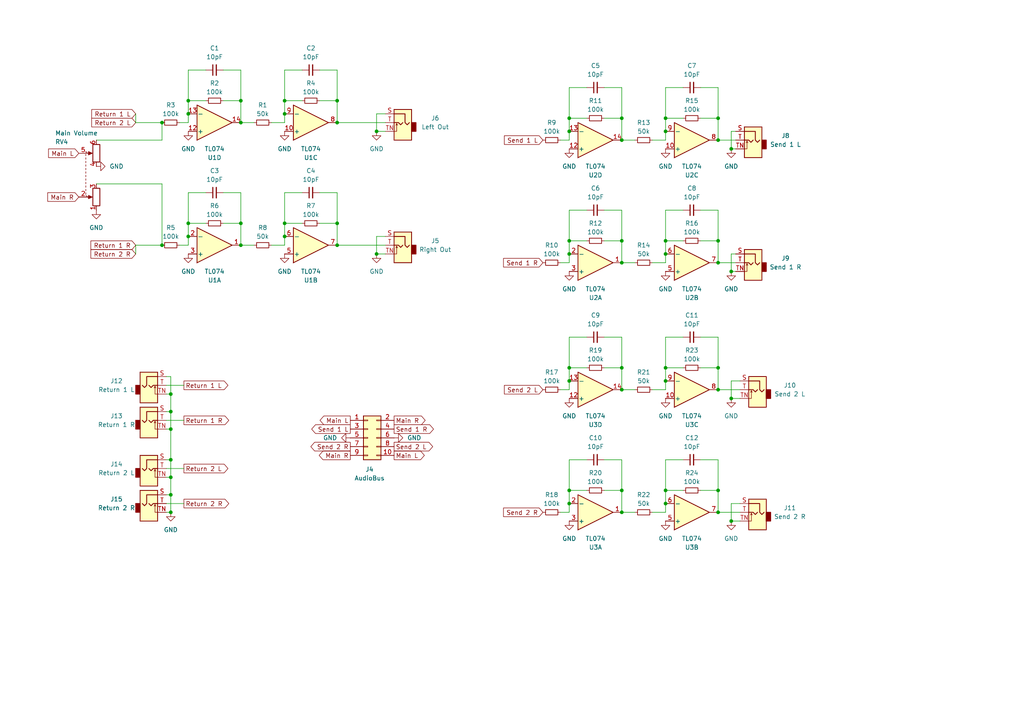
<source format=kicad_sch>
(kicad_sch (version 20231120) (generator "eeschema") (generator_version "8.0")
  (paper "A4")
  (lib_symbols
    (symbol "Amplifier_Operational:TL074" (pin_names (offset 0.127))
      (property "Reference" "U" (at 0 5.08 0))
      (property "Value" "TL074" (at 0 -5.08 0))
      (symbol "TL074_1_1"
        (polyline (pts (xy -5.08 5.08) (xy 5.08 0) (xy -5.08 -5.08) (xy -5.08 5.08)) (stroke (width 0.254)) (fill (type background)))
        (pin output line (at 7.62 0 180) (length 2.54) (name "~") (number "1"))
        (pin input line (at -7.62 -2.54 0) (length 2.54) (name "-") (number "2"))
        (pin input line (at -7.62 2.54 0) (length 2.54) (name "+") (number "3"))
      )
      (symbol "TL074_2_1"
        (polyline (pts (xy -5.08 5.08) (xy 5.08 0) (xy -5.08 -5.08) (xy -5.08 5.08)) (stroke (width 0.254)) (fill (type background)))
        (pin input line (at -7.62 2.54 0) (length 2.54) (name "+") (number "5"))
        (pin input line (at -7.62 -2.54 0) (length 2.54) (name "-") (number "6"))
        (pin output line (at 7.62 0 180) (length 2.54) (name "~") (number "7"))
      )
      (symbol "TL074_3_1"
        (polyline (pts (xy -5.08 5.08) (xy 5.08 0) (xy -5.08 -5.08) (xy -5.08 5.08)) (stroke (width 0.254)) (fill (type background)))
        (pin input line (at -7.62 2.54 0) (length 2.54) (name "+") (number "10"))
        (pin output line (at 7.62 0 180) (length 2.54) (name "~") (number "8"))
        (pin input line (at -7.62 -2.54 0) (length 2.54) (name "-") (number "9"))
      )
      (symbol "TL074_4_1"
        (polyline (pts (xy -5.08 5.08) (xy 5.08 0) (xy -5.08 -5.08) (xy -5.08 5.08)) (stroke (width 0.254)) (fill (type background)))
        (pin input line (at -7.62 2.54 0) (length 2.54) (name "+") (number "12"))
        (pin input line (at -7.62 -2.54 0) (length 2.54) (name "-") (number "13"))
        (pin output line (at 7.62 0 180) (length 2.54) (name "~") (number "14"))
      )
      (symbol "TL074_5_1"
        (pin power_in line (at -2.54 -7.62 90) (length 3.81) (name "V-") (number "11"))
        (pin power_in line (at -2.54 7.62 270) (length 3.81) (name "V+") (number "4"))
      )
    )
    (symbol "Connector_Audio:AudioJack2_SwitchT"
      (property "Reference" "J" (at 0 8.89 0))
      (property "Value" "AudioJack2_SwitchT" (at 0 6.35 0))
      (symbol "AudioJack2_SwitchT_0_1"
        (rectangle (start -2.54 0) (end -3.81 -2.54) (stroke (width 0.254)) (fill (type outline)))
        (polyline (pts (xy 1.778 -0.254) (xy 2.032 -0.762)))
        (polyline (pts (xy 0 0) (xy 0.635 -0.635) (xy 1.27 0) (xy 2.54 0)) (stroke (width 0.254)))
        (polyline (pts (xy 2.54 -2.54) (xy 1.778 -2.54) (xy 1.778 -0.254) (xy 1.524 -0.762)))
        (polyline (pts (xy 2.54 2.54) (xy -0.635 2.54) (xy -0.635 0) (xy -1.27 -0.635) (xy -1.905 0)) (stroke (width 0.254)))
        (rectangle (start 2.54 3.81) (end -2.54 -5.08) (stroke (width 0.254)) (fill (type background)))
      )
      (symbol "AudioJack2_SwitchT_1_1"
        (pin passive line (at 5.08 2.54 180) (length 2.54) (name "~") (number "S"))
        (pin passive line (at 5.08 0 180) (length 2.54) (name "~") (number "T"))
        (pin passive line (at 5.08 -2.54 180) (length 2.54) (name "~") (number "TN"))
      )
    )
    (symbol "Connector_Generic:Conn_02x05_Odd_Even" (pin_names (offset 1.016) hide)
      (property "Reference" "J" (at 1.27 7.62 0))
      (property "Value" "Conn_02x05_Odd_Even" (at 1.27 -7.62 0))
      (symbol "Conn_02x05_Odd_Even_1_1"
        (rectangle (start -1.27 -4.953) (end 0 -5.207) (stroke (width 0.1524)))
        (rectangle (start -1.27 -2.413) (end 0 -2.667) (stroke (width 0.1524)))
        (rectangle (start -1.27 0.127) (end 0 -0.127) (stroke (width 0.1524)))
        (rectangle (start -1.27 2.667) (end 0 2.413) (stroke (width 0.1524)))
        (rectangle (start -1.27 5.207) (end 0 4.953) (stroke (width 0.1524)))
        (rectangle (start -1.27 6.35) (end 3.81 -6.35) (stroke (width 0.254)) (fill (type background)))
        (rectangle (start 3.81 -4.953) (end 2.54 -5.207) (stroke (width 0.1524)))
        (rectangle (start 3.81 -2.413) (end 2.54 -2.667) (stroke (width 0.1524)))
        (rectangle (start 3.81 0.127) (end 2.54 -0.127) (stroke (width 0.1524)))
        (rectangle (start 3.81 2.667) (end 2.54 2.413) (stroke (width 0.1524)))
        (rectangle (start 3.81 5.207) (end 2.54 4.953) (stroke (width 0.1524)))
        (pin passive line (at -5.08 5.08 0) (length 3.81) (name "Pin_1") (number "1"))
        (pin passive line (at 7.62 -5.08 180) (length 3.81) (name "Pin_10") (number "10"))
        (pin passive line (at 7.62 5.08 180) (length 3.81) (name "Pin_2") (number "2"))
        (pin passive line (at -5.08 2.54 0) (length 3.81) (name "Pin_3") (number "3"))
        (pin passive line (at 7.62 2.54 180) (length 3.81) (name "Pin_4") (number "4"))
        (pin passive line (at -5.08 0 0) (length 3.81) (name "Pin_5") (number "5"))
        (pin passive line (at 7.62 0 180) (length 3.81) (name "Pin_6") (number "6"))
        (pin passive line (at -5.08 -2.54 0) (length 3.81) (name "Pin_7") (number "7"))
        (pin passive line (at 7.62 -2.54 180) (length 3.81) (name "Pin_8") (number "8"))
        (pin passive line (at -5.08 -5.08 0) (length 3.81) (name "Pin_9") (number "9"))
      )
    )
    (symbol "Device:C_Small" (pin_numbers hide) (pin_names (offset 0.254) hide)
      (property "Reference" "C" (at 0.254 1.778 0))
      (property "Value" "C_Small" (at 0.254 -2.032 0))
      (symbol "C_Small_0_1"
        (polyline (pts (xy -1.524 -0.508) (xy 1.524 -0.508)) (stroke (width 0.3302)))
        (polyline (pts (xy -1.524 0.508) (xy 1.524 0.508)) (stroke (width 0.3048)))
      )
      (symbol "C_Small_1_1"
        (pin passive line (at 0 2.54 270) (length 2.032) (name "~") (number "1"))
        (pin passive line (at 0 -2.54 90) (length 2.032) (name "~") (number "2"))
      )
    )
    (symbol "Device:R_Potentiometer_Dual" (pin_names (offset 1.016) hide)
      (property "Reference" "RV" (at 0 3.81 0))
      (property "Value" "R_Potentiometer_Dual" (at 0 1.905 0))
      (symbol "R_Potentiometer_Dual_0_1"
        (rectangle (start -8.89 -1.524) (end -3.81 -3.556) (stroke (width 0.254)))
        (polyline (pts (xy -6.35 0) (xy -6.35 -1.016)))
        (polyline (pts (xy -6.35 0) (xy -6.35 -1.016)))
        (polyline (pts (xy -6.35 0) (xy -5.842 0.508)))
        (polyline (pts (xy -5.588 0.508) (xy -5.08 0.508)))
        (polyline (pts (xy -4.572 0.508) (xy -4.064 0.508)))
        (polyline (pts (xy -3.556 0.508) (xy -3.048 0.508)))
        (polyline (pts (xy -2.54 0.508) (xy -2.032 0.508)))
        (polyline (pts (xy -1.524 0.508) (xy -1.016 0.508)))
        (polyline (pts (xy -0.508 0.508) (xy 0 0.508)))
        (polyline (pts (xy 0.508 0.508) (xy 1.016 0.508)))
        (polyline (pts (xy 1.524 0.508) (xy 2.032 0.508)))
        (polyline (pts (xy 2.54 0.508) (xy 3.048 0.508)))
        (polyline (pts (xy 3.556 0.508) (xy 4.064 0.508)))
        (polyline (pts (xy 4.572 0.508) (xy 5.08 0.508)))
        (polyline (pts (xy 5.588 0.508) (xy 6.096 0.508)))
        (polyline (pts (xy 6.35 0) (xy 6.35 -1.016)))
        (polyline (pts (xy 6.35 0) (xy 6.35 -1.016)))
        (polyline (pts (xy 6.604 0.508) (xy 6.858 0.508) (xy 6.35 0)))
        (polyline (pts (xy -6.35 -1.397) (xy -6.858 -0.254) (xy -5.842 -0.254) (xy -6.35 -1.397)) (fill (type outline)))
        (polyline (pts (xy 6.35 -1.397) (xy 5.842 -0.254) (xy 6.858 -0.254) (xy 6.35 -1.397)) (fill (type outline)))
        (rectangle (start 3.81 -1.524) (end 8.89 -3.556) (stroke (width 0.254)))
      )
      (symbol "R_Potentiometer_Dual_1_1"
        (pin passive line (at -10.16 -2.54 0) (length 1.27) (name "1") (number "1"))
        (pin passive line (at -6.35 2.54 270) (length 2.54) (name "2") (number "2"))
        (pin passive line (at -2.54 -2.54 180) (length 1.27) (name "3") (number "3"))
        (pin passive line (at 2.54 -2.54 0) (length 1.27) (name "4") (number "4"))
        (pin passive line (at 6.35 2.54 270) (length 2.54) (name "5") (number "5"))
        (pin passive line (at 10.16 -2.54 180) (length 1.27) (name "6") (number "6"))
      )
    )
    (symbol "Device:R_Small" (pin_numbers hide) (pin_names (offset 0.254) hide)
      (property "Reference" "R" (at 0.762 0.508 0))
      (property "Value" "R_Small" (at 0.762 -1.016 0))
      (symbol "R_Small_0_1"
        (rectangle (start -0.762 1.778) (end 0.762 -1.778) (stroke (width 0.2032)))
      )
      (symbol "R_Small_1_1"
        (pin passive line (at 0 2.54 270) (length 0.762) (name "~") (number "1"))
        (pin passive line (at 0 -2.54 90) (length 0.762) (name "~") (number "2"))
      )
    )
    (symbol "power:GND" (power) (pin_numbers hide) (pin_names (offset 0) hide)
      (property "Value" "GND" (at 0 -3.81 0))
      (symbol "GND_0_1"
        (polyline (pts (xy 0 0) (xy 0 -1.27) (xy 1.27 -1.27) (xy 0 -2.54) (xy -1.27 -1.27) (xy 0 -1.27)))
      )
      (symbol "GND_1_1"
        (pin power_in line (at 0 0 270) (length 0) (name "~") (number "1"))
      )
    )
  )
  (junction (at 208.28 106.68))
  (junction (at 193.04 110.49))
  (junction (at 180.34 148.59))
  (junction (at 69.85 35.56))
  (junction (at 49.53 138.43))
  (junction (at 49.53 124.46))
  (junction (at 69.85 71.12))
  (junction (at 49.53 119.38))
  (junction (at 212.09 151.13))
  (junction (at 208.28 142.24))
  (junction (at 193.04 34.29))
  (junction (at 212.09 43.18))
  (junction (at 193.04 106.68))
  (junction (at 165.1 38.1))
  (junction (at 180.34 113.03))
  (junction (at 54.61 33.02))
  (junction (at 165.1 73.66))
  (junction (at 193.04 69.85))
  (junction (at 212.09 78.74))
  (junction (at 208.28 34.29))
  (junction (at 97.79 71.12))
  (junction (at 165.1 106.68))
  (junction (at 54.61 29.21))
  (junction (at 180.34 69.85))
  (junction (at 180.34 142.24))
  (junction (at 82.55 29.21))
  (junction (at 49.53 133.35))
  (junction (at 69.85 64.77))
  (junction (at 109.22 73.66))
  (junction (at 97.79 35.56))
  (junction (at 193.04 142.24))
  (junction (at 165.1 110.49))
  (junction (at 208.28 40.64))
  (junction (at 165.1 142.24))
  (junction (at 46.99 35.56))
  (junction (at 193.04 38.1))
  (junction (at 69.85 29.21))
  (junction (at 165.1 34.29))
  (junction (at 49.53 143.51))
  (junction (at 208.28 148.59))
  (junction (at 82.55 33.02))
  (junction (at 49.53 148.59))
  (junction (at 54.61 68.58))
  (junction (at 193.04 73.66))
  (junction (at 208.28 69.85))
  (junction (at 165.1 69.85))
  (junction (at 109.22 38.1))
  (junction (at 49.53 114.3))
  (junction (at 193.04 146.05))
  (junction (at 208.28 76.2))
  (junction (at 180.34 76.2))
  (junction (at 82.55 68.58))
  (junction (at 180.34 40.64))
  (junction (at 97.79 64.77))
  (junction (at 180.34 34.29))
  (junction (at 165.1 146.05))
  (junction (at 212.09 115.57))
  (junction (at 180.34 106.68))
  (junction (at 54.61 64.77))
  (junction (at 208.28 113.03))
  (junction (at 82.55 64.77))
  (junction (at 97.79 29.21))
  (junction (at 46.99 71.12))
  (wire (pts (xy 175.26 34.29) (xy 180.34 34.29)))
  (wire (pts (xy 109.22 68.58) (xy 111.76 68.58)))
  (wire (pts (xy 27.94 40.64) (xy 46.99 40.64)))
  (wire (pts (xy 208.28 148.59) (xy 208.28 142.24)))
  (wire (pts (xy 175.26 25.4) (xy 180.34 25.4)))
  (wire (pts (xy 198.12 97.79) (xy 193.04 97.79)))
  (wire (pts (xy 165.1 133.35) (xy 165.1 142.24)))
  (wire (pts (xy 193.04 34.29) (xy 193.04 38.1)))
  (wire (pts (xy 198.12 106.68) (xy 193.04 106.68)))
  (wire (pts (xy 193.04 133.35) (xy 193.04 142.24)))
  (wire (pts (xy 212.09 110.49) (xy 212.09 115.57)))
  (wire (pts (xy 82.55 20.32) (xy 82.55 29.21)))
  (wire (pts (xy 180.34 40.64) (xy 184.15 40.64)))
  (wire (pts (xy 193.04 76.2) (xy 189.23 76.2)))
  (wire (pts (xy 180.34 106.68) (xy 180.34 113.03)))
  (wire (pts (xy 69.85 35.56) (xy 73.66 35.56)))
  (wire (pts (xy 53.34 111.76) (xy 48.26 111.76)))
  (wire (pts (xy 48.26 138.43) (xy 49.53 138.43)))
  (wire (pts (xy 49.53 148.59) (xy 48.26 148.59)))
  (wire (pts (xy 208.28 69.85) (xy 203.2 69.85)))
  (wire (pts (xy 64.77 29.21) (xy 69.85 29.21)))
  (wire (pts (xy 49.53 133.35) (xy 49.53 138.43)))
  (wire (pts (xy 203.2 106.68) (xy 208.28 106.68)))
  (wire (pts (xy 193.04 40.64) (xy 189.23 40.64)))
  (wire (pts (xy 212.09 38.1) (xy 212.09 43.18)))
  (wire (pts (xy 170.18 97.79) (xy 165.1 97.79)))
  (wire (pts (xy 165.1 106.68) (xy 170.18 106.68)))
  (wire (pts (xy 165.1 25.4) (xy 165.1 34.29)))
  (wire (pts (xy 165.1 110.49) (xy 165.1 113.03)))
  (wire (pts (xy 46.99 40.64) (xy 46.99 35.56)))
  (wire (pts (xy 180.34 113.03) (xy 184.15 113.03)))
  (wire (pts (xy 193.04 69.85) (xy 193.04 73.66)))
  (wire (pts (xy 214.63 151.13) (xy 212.09 151.13)))
  (wire (pts (xy 53.34 146.05) (xy 48.26 146.05)))
  (wire (pts (xy 49.53 114.3) (xy 49.53 119.38)))
  (wire (pts (xy 208.28 142.24) (xy 208.28 133.35)))
  (wire (pts (xy 48.26 143.51) (xy 49.53 143.51)))
  (wire (pts (xy 180.34 60.96) (xy 180.34 69.85)))
  (wire (pts (xy 97.79 29.21) (xy 97.79 35.56)))
  (wire (pts (xy 193.04 60.96) (xy 193.04 69.85)))
  (wire (pts (xy 193.04 110.49) (xy 193.04 113.03)))
  (wire (pts (xy 193.04 73.66) (xy 193.04 76.2)))
  (wire (pts (xy 111.76 33.02) (xy 109.22 33.02)))
  (wire (pts (xy 165.1 69.85) (xy 165.1 73.66)))
  (wire (pts (xy 180.34 69.85) (xy 180.34 76.2)))
  (wire (pts (xy 54.61 64.77) (xy 54.61 68.58)))
  (wire (pts (xy 109.22 38.1) (xy 111.76 38.1)))
  (wire (pts (xy 208.28 148.59) (xy 214.63 148.59)))
  (wire (pts (xy 48.26 114.3) (xy 49.53 114.3)))
  (wire (pts (xy 212.09 78.74) (xy 212.09 73.66)))
  (wire (pts (xy 59.69 55.88) (xy 54.61 55.88)))
  (wire (pts (xy 198.12 133.35) (xy 193.04 133.35)))
  (wire (pts (xy 92.71 29.21) (xy 97.79 29.21)))
  (wire (pts (xy 180.34 76.2) (xy 184.15 76.2)))
  (wire (pts (xy 49.53 109.22) (xy 49.53 114.3)))
  (wire (pts (xy 165.1 34.29) (xy 170.18 34.29)))
  (wire (pts (xy 180.34 97.79) (xy 180.34 106.68)))
  (wire (pts (xy 82.55 71.12) (xy 78.74 71.12)))
  (wire (pts (xy 49.53 138.43) (xy 49.53 143.51)))
  (wire (pts (xy 212.09 43.18) (xy 213.36 43.18)))
  (wire (pts (xy 180.34 148.59) (xy 184.15 148.59)))
  (wire (pts (xy 97.79 64.77) (xy 92.71 64.77)))
  (wire (pts (xy 97.79 71.12) (xy 97.79 64.77)))
  (wire (pts (xy 69.85 20.32) (xy 69.85 29.21)))
  (wire (pts (xy 87.63 20.32) (xy 82.55 20.32)))
  (wire (pts (xy 208.28 25.4) (xy 208.28 34.29)))
  (wire (pts (xy 87.63 29.21) (xy 82.55 29.21)))
  (wire (pts (xy 162.56 40.64) (xy 165.1 40.64)))
  (wire (pts (xy 97.79 55.88) (xy 97.79 64.77)))
  (wire (pts (xy 203.2 25.4) (xy 208.28 25.4)))
  (wire (pts (xy 82.55 29.21) (xy 82.55 33.02)))
  (wire (pts (xy 193.04 142.24) (xy 193.04 146.05)))
  (wire (pts (xy 170.18 133.35) (xy 165.1 133.35)))
  (wire (pts (xy 214.63 110.49) (xy 212.09 110.49)))
  (wire (pts (xy 193.04 146.05) (xy 193.04 148.59)))
  (wire (pts (xy 165.1 146.05) (xy 165.1 148.59)))
  (wire (pts (xy 109.22 73.66) (xy 109.22 68.58)))
  (wire (pts (xy 175.26 69.85) (xy 180.34 69.85)))
  (wire (pts (xy 170.18 69.85) (xy 165.1 69.85)))
  (wire (pts (xy 193.04 97.79) (xy 193.04 106.68)))
  (wire (pts (xy 111.76 73.66) (xy 109.22 73.66)))
  (wire (pts (xy 82.55 64.77) (xy 82.55 68.58)))
  (wire (pts (xy 69.85 29.21) (xy 69.85 35.56)))
  (wire (pts (xy 170.18 60.96) (xy 165.1 60.96)))
  (wire (pts (xy 203.2 133.35) (xy 208.28 133.35)))
  (wire (pts (xy 39.37 33.02) (xy 39.37 35.56)))
  (wire (pts (xy 49.53 124.46) (xy 49.53 133.35)))
  (wire (pts (xy 208.28 113.03) (xy 214.63 113.03)))
  (wire (pts (xy 54.61 33.02) (xy 54.61 35.56)))
  (wire (pts (xy 165.1 34.29) (xy 165.1 38.1)))
  (wire (pts (xy 175.26 97.79) (xy 180.34 97.79)))
  (wire (pts (xy 49.53 119.38) (xy 49.53 124.46)))
  (wire (pts (xy 92.71 20.32) (xy 97.79 20.32)))
  (wire (pts (xy 48.26 119.38) (xy 49.53 119.38)))
  (wire (pts (xy 170.18 142.24) (xy 165.1 142.24)))
  (wire (pts (xy 213.36 38.1) (xy 212.09 38.1)))
  (wire (pts (xy 97.79 20.32) (xy 97.79 29.21)))
  (wire (pts (xy 193.04 38.1) (xy 193.04 40.64)))
  (wire (pts (xy 180.34 133.35) (xy 180.34 142.24)))
  (wire (pts (xy 92.71 55.88) (xy 97.79 55.88)))
  (wire (pts (xy 64.77 20.32) (xy 69.85 20.32)))
  (wire (pts (xy 180.34 25.4) (xy 180.34 34.29)))
  (wire (pts (xy 208.28 106.68) (xy 208.28 113.03)))
  (wire (pts (xy 165.1 142.24) (xy 165.1 146.05)))
  (wire (pts (xy 175.26 60.96) (xy 180.34 60.96)))
  (wire (pts (xy 48.26 124.46) (xy 49.53 124.46)))
  (wire (pts (xy 212.09 115.57) (xy 214.63 115.57)))
  (wire (pts (xy 198.12 69.85) (xy 193.04 69.85)))
  (wire (pts (xy 213.36 78.74) (xy 212.09 78.74)))
  (wire (pts (xy 69.85 71.12) (xy 73.66 71.12)))
  (wire (pts (xy 180.34 142.24) (xy 180.34 148.59)))
  (wire (pts (xy 193.04 25.4) (xy 193.04 34.29)))
  (wire (pts (xy 48.26 133.35) (xy 49.53 133.35)))
  (wire (pts (xy 203.2 60.96) (xy 208.28 60.96)))
  (wire (pts (xy 27.94 53.34) (xy 46.99 53.34)))
  (wire (pts (xy 208.28 34.29) (xy 208.28 40.64)))
  (wire (pts (xy 198.12 34.29) (xy 193.04 34.29)))
  (wire (pts (xy 52.07 35.56) (xy 54.61 35.56)))
  (wire (pts (xy 198.12 142.24) (xy 193.04 142.24)))
  (wire (pts (xy 69.85 64.77) (xy 69.85 71.12)))
  (wire (pts (xy 165.1 38.1) (xy 165.1 40.64)))
  (wire (pts (xy 46.99 53.34) (xy 46.99 71.12)))
  (wire (pts (xy 82.55 35.56) (xy 78.74 35.56)))
  (wire (pts (xy 165.1 76.2) (xy 162.56 76.2)))
  (wire (pts (xy 193.04 106.68) (xy 193.04 110.49)))
  (wire (pts (xy 208.28 40.64) (xy 213.36 40.64)))
  (wire (pts (xy 170.18 25.4) (xy 165.1 25.4)))
  (wire (pts (xy 97.79 35.56) (xy 111.76 35.56)))
  (wire (pts (xy 165.1 73.66) (xy 165.1 76.2)))
  (wire (pts (xy 97.79 71.12) (xy 111.76 71.12)))
  (wire (pts (xy 49.53 143.51) (xy 49.53 148.59)))
  (wire (pts (xy 212.09 73.66) (xy 213.36 73.66)))
  (wire (pts (xy 165.1 60.96) (xy 165.1 69.85)))
  (wire (pts (xy 208.28 76.2) (xy 213.36 76.2)))
  (wire (pts (xy 212.09 151.13) (xy 212.09 146.05)))
  (wire (pts (xy 48.26 109.22) (xy 49.53 109.22)))
  (wire (pts (xy 175.26 142.24) (xy 180.34 142.24)))
  (wire (pts (xy 208.28 142.24) (xy 203.2 142.24)))
  (wire (pts (xy 208.28 69.85) (xy 208.28 60.96)))
  (wire (pts (xy 39.37 35.56) (xy 46.99 35.56)))
  (wire (pts (xy 39.37 71.12) (xy 46.99 71.12)))
  (wire (pts (xy 165.1 106.68) (xy 165.1 110.49)))
  (wire (pts (xy 54.61 68.58) (xy 54.61 71.12)))
  (wire (pts (xy 212.09 146.05) (xy 214.63 146.05)))
  (wire (pts (xy 203.2 97.79) (xy 208.28 97.79)))
  (wire (pts (xy 54.61 29.21) (xy 59.69 29.21)))
  (wire (pts (xy 39.37 71.12) (xy 39.37 73.66)))
  (wire (pts (xy 54.61 20.32) (xy 54.61 29.21)))
  (wire (pts (xy 53.34 121.92) (xy 48.26 121.92)))
  (wire (pts (xy 165.1 148.59) (xy 162.56 148.59)))
  (wire (pts (xy 203.2 34.29) (xy 208.28 34.29)))
  (wire (pts (xy 165.1 97.79) (xy 165.1 106.68)))
  (wire (pts (xy 87.63 64.77) (xy 82.55 64.77)))
  (wire (pts (xy 109.22 33.02) (xy 109.22 38.1)))
  (wire (pts (xy 193.04 113.03) (xy 189.23 113.03)))
  (wire (pts (xy 54.61 55.88) (xy 54.61 64.77)))
  (wire (pts (xy 64.77 55.88) (xy 69.85 55.88)))
  (wire (pts (xy 198.12 60.96) (xy 193.04 60.96)))
  (wire (pts (xy 59.69 64.77) (xy 54.61 64.77)))
  (wire (pts (xy 175.26 133.35) (xy 180.34 133.35)))
  (wire (pts (xy 69.85 55.88) (xy 69.85 64.77)))
  (wire (pts (xy 82.55 68.58) (xy 82.55 71.12)))
  (wire (pts (xy 64.77 64.77) (xy 69.85 64.77)))
  (wire (pts (xy 54.61 29.21) (xy 54.61 33.02)))
  (wire (pts (xy 208.28 76.2) (xy 208.28 69.85)))
  (wire (pts (xy 208.28 97.79) (xy 208.28 106.68)))
  (wire (pts (xy 59.69 20.32) (xy 54.61 20.32)))
  (wire (pts (xy 82.55 55.88) (xy 82.55 64.77)))
  (wire (pts (xy 162.56 113.03) (xy 165.1 113.03)))
  (wire (pts (xy 180.34 34.29) (xy 180.34 40.64)))
  (wire (pts (xy 198.12 25.4) (xy 193.04 25.4)))
  (wire (pts (xy 175.26 106.68) (xy 180.34 106.68)))
  (wire (pts (xy 82.55 33.02) (xy 82.55 35.56)))
  (wire (pts (xy 193.04 148.59) (xy 189.23 148.59)))
  (wire (pts (xy 54.61 71.12) (xy 52.07 71.12)))
  (wire (pts (xy 87.63 55.88) (xy 82.55 55.88)))
  (wire (pts (xy 53.34 135.89) (xy 48.26 135.89)))
  (global_label "Main L" (shape output) (at 114.3 132.08 0) (property "Intersheetrefs" "${INTERSHEET_REFS}" (effects (hide yes))))
  (global_label "Return 2 L" (shape output) (at 53.34 135.89 0) (property "Intersheetrefs" "${INTERSHEET_REFS}" (effects (hide yes))))
  (global_label "Send 1 L" (shape output) (at 101.6 124.46 180) (property "Intersheetrefs" "${INTERSHEET_REFS}" (effects (hide yes))))
  (global_label "Send 1 R" (shape input) (at 157.48 76.2 180) (property "Intersheetrefs" "${INTERSHEET_REFS}" (effects (hide yes))))
  (global_label "Return 1 R" (shape output) (at 53.34 121.92 0) (property "Intersheetrefs" "${INTERSHEET_REFS}" (effects (hide yes))))
  (global_label "Send 1 L" (shape input) (at 157.48 40.64 180) (property "Intersheetrefs" "${INTERSHEET_REFS}" (effects (hide yes))))
  (global_label "Return 2 R" (shape input) (at 39.37 73.66 180) (property "Intersheetrefs" "${INTERSHEET_REFS}" (effects (hide yes))))
  (global_label "Return 1 L" (shape input) (at 39.37 33.02 180) (property "Intersheetrefs" "${INTERSHEET_REFS}" (effects (hide yes))))
  (global_label "Send 2 R" (shape input) (at 157.48 148.59 180) (property "Intersheetrefs" "${INTERSHEET_REFS}" (effects (hide yes))))
  (global_label "Return 2 R" (shape output) (at 53.34 146.05 0) (property "Intersheetrefs" "${INTERSHEET_REFS}" (effects (hide yes))))
  (global_label "Main R" (shape output) (at 114.3 121.92 0) (property "Intersheetrefs" "${INTERSHEET_REFS}" (effects (hide yes))))
  (global_label "Send 2 L" (shape input) (at 157.48 113.03 180) (property "Intersheetrefs" "${INTERSHEET_REFS}" (effects (hide yes))))
  (global_label "Send 2 L" (shape output) (at 114.3 129.54 0) (property "Intersheetrefs" "${INTERSHEET_REFS}" (effects (hide yes))))
  (global_label "Main L" (shape output) (at 101.6 121.92 180) (property "Intersheetrefs" "${INTERSHEET_REFS}" (effects (hide yes))))
  (global_label "Return 1 L" (shape output) (at 53.34 111.76 0) (property "Intersheetrefs" "${INTERSHEET_REFS}" (effects (hide yes))))
  (global_label "Main R" (shape input) (at 22.86 57.15 180) (property "Intersheetrefs" "${INTERSHEET_REFS}" (effects (hide yes))))
  (global_label "Send 1 R" (shape output) (at 114.3 124.46 0) (property "Intersheetrefs" "${INTERSHEET_REFS}" (effects (hide yes))))
  (global_label "Return 2 L" (shape input) (at 39.37 35.56 180) (property "Intersheetrefs" "${INTERSHEET_REFS}" (effects (hide yes))))
  (global_label "Main L" (shape input) (at 22.86 44.45 180) (property "Intersheetrefs" "${INTERSHEET_REFS}" (effects (hide yes))))
  (global_label "Return 1 R" (shape input) (at 39.37 71.12 180) (property "Intersheetrefs" "${INTERSHEET_REFS}" (effects (hide yes))))
  (global_label "Send 2 R" (shape output) (at 101.6 129.54 180) (property "Intersheetrefs" "${INTERSHEET_REFS}" (effects (hide yes))))
  (global_label "Main R" (shape output) (at 101.6 132.08 180) (property "Intersheetrefs" "${INTERSHEET_REFS}" (effects (hide yes))))
  (symbol (lib_id "Device:R_Small") (at 172.72 34.29 270) (unit 1)
    (property "Reference" "R11" (at 172.72 29.21 90))
    (property "Value" "100k" (at 172.72 31.75 90))
    (property "Footprint" "Resistor_SMD:R_0805_2012Metric_Pad1.20x1.40mm_HandSolder" (effects (hide yes)))
    (property "Description" "Resistor, small symbol" (effects (hide yes)))
  )
  (symbol (lib_id "Connector_Audio:AudioJack2_SwitchT") (at 43.18 121.92 0) (unit 1)
    (property "Reference" "J13" (at 33.782 120.65 0))
    (property "Value" "Return 1 R" (at 33.782 123.19 0))
    (property "Footprint" "mort_mix:PJ398SM" (effects (hide yes)))
    (property "Description" "Audio Jack, 2 Poles (Mono / TS), Switched T Pole (Normalling)" (effects (hide yes)))
  )
  (symbol (lib_id "power:GND") (at 54.61 73.66 0) (unit 1)
    (property "Reference" "#PWR017" (effects (hide yes)))
    (property "Value" "GND" (at 54.61 78.74 0))
    (property "Description" "Power symbol creates a global label with name \"GND\" , ground" (effects (hide yes)))
  )
  (symbol (lib_id "power:GND") (at 109.22 38.1 0) (unit 1)
    (property "Reference" "#PWR030" (effects (hide yes)))
    (property "Value" "GND" (at 109.22 43.18 0))
    (property "Description" "Power symbol creates a global label with name \"GND\" , ground" (effects (hide yes)))
  )
  (symbol (lib_id "power:GND") (at 101.6 127 270) (unit 1)
    (property "Reference" "#PWR013" (effects (hide yes)))
    (property "Value" "GND" (at 97.79 126.9999 90) (effects (justify right)))
    (property "Description" "Power symbol creates a global label with name \"GND\" , ground" (effects (hide yes)))
  )
  (symbol (lib_id "Device:R_Small") (at 76.2 71.12 270) (unit 1)
    (property "Reference" "R8" (at 76.2 66.04 90))
    (property "Value" "50k" (at 76.2 68.58 90))
    (property "Footprint" "Resistor_SMD:R_0805_2012Metric_Pad1.20x1.40mm_HandSolder" (effects (hide yes)))
    (property "Description" "Resistor, small symbol" (effects (hide yes)))
  )
  (symbol (lib_id "power:GND") (at 193.04 78.74 0) (unit 1)
    (property "Reference" "#PWR022" (effects (hide yes)))
    (property "Value" "GND" (at 193.04 83.82 0))
    (property "Description" "Power symbol creates a global label with name \"GND\" , ground" (effects (hide yes)))
  )
  (symbol (lib_id "Device:R_Small") (at 200.66 69.85 270) (unit 1)
    (property "Reference" "R16" (at 200.66 64.77 90))
    (property "Value" "100k" (at 200.66 67.31 90))
    (property "Footprint" "Resistor_SMD:R_0805_2012Metric_Pad1.20x1.40mm_HandSolder" (effects (hide yes)))
    (property "Description" "Resistor, small symbol" (effects (hide yes)))
  )
  (symbol (lib_id "Connector_Audio:AudioJack2_SwitchT") (at 43.18 111.76 0) (unit 1)
    (property "Reference" "J12" (at 33.782 110.49 0))
    (property "Value" "Return 1 L" (at 33.782 113.03 0))
    (property "Footprint" "mort_mix:PJ398SM" (effects (hide yes)))
    (property "Description" "Audio Jack, 2 Poles (Mono / TS), Switched T Pole (Normalling)" (effects (hide yes)))
  )
  (symbol (lib_id "Amplifier_Operational:TL074") (at 172.72 148.59 0) (mirror x) (unit 1)
    (property "Reference" "U3" (at 172.72 158.75 0))
    (property "Value" "TL074" (at 172.72 156.21 0))
    (property "Footprint" "Package_SO:SOIC-14_3.9x8.7mm_P1.27mm" (effects (hide yes)))
    (property "Datasheet" "http://www.ti.com/lit/ds/symlink/tl071.pdf" (effects (hide yes)))
    (property "Description" "Quad Low-Noise JFET-Input Operational Amplifiers, DIP-14/SOIC-14" (effects (hide yes)))
  )
  (symbol (lib_id "Amplifier_Operational:TL074") (at 200.66 76.2 0) (mirror x) (unit 2)
    (property "Reference" "U2" (at 200.66 86.36 0))
    (property "Value" "TL074" (at 200.66 83.82 0))
    (property "Footprint" "Package_SO:SOIC-14_3.9x8.7mm_P1.27mm" (effects (hide yes)))
    (property "Datasheet" "http://www.ti.com/lit/ds/symlink/tl071.pdf" (effects (hide yes)))
    (property "Description" "Quad Low-Noise JFET-Input Operational Amplifiers, DIP-14/SOIC-14" (effects (hide yes)))
  )
  (symbol (lib_id "power:GND") (at 114.3 127 90) (unit 1)
    (property "Reference" "#PWR014" (effects (hide yes)))
    (property "Value" "GND" (at 118.11 126.9999 90) (effects (justify right)))
    (property "Description" "Power symbol creates a global label with name \"GND\" , ground" (effects (hide yes)))
  )
  (symbol (lib_id "Device:R_Small") (at 172.72 106.68 270) (unit 1)
    (property "Reference" "R19" (at 172.72 101.6 90))
    (property "Value" "100k" (at 172.72 104.14 90))
    (property "Footprint" "Resistor_SMD:R_0805_2012Metric_Pad1.20x1.40mm_HandSolder" (effects (hide yes)))
    (property "Description" "Resistor, small symbol" (effects (hide yes)))
  )
  (symbol (lib_id "Device:R_Small") (at 62.23 64.77 270) (unit 1)
    (property "Reference" "R6" (at 62.23 59.69 90))
    (property "Value" "100k" (at 62.23 62.23 90))
    (property "Footprint" "Resistor_SMD:R_0805_2012Metric_Pad1.20x1.40mm_HandSolder" (effects (hide yes)))
    (property "Description" "Resistor, small symbol" (effects (hide yes)))
  )
  (symbol (lib_id "Device:R_Small") (at 186.69 76.2 270) (unit 1)
    (property "Reference" "R14" (at 186.69 71.12 90))
    (property "Value" "50k" (at 186.69 73.66 90))
    (property "Footprint" "Resistor_SMD:R_0805_2012Metric_Pad1.20x1.40mm_HandSolder" (effects (hide yes)))
    (property "Description" "Resistor, small symbol" (effects (hide yes)))
  )
  (symbol (lib_id "Device:R_Small") (at 160.02 40.64 270) (unit 1)
    (property "Reference" "R9" (at 160.02 35.56 90))
    (property "Value" "100k" (at 160.02 38.1 90))
    (property "Footprint" "Resistor_SMD:R_0805_2012Metric_Pad1.20x1.40mm_HandSolder" (effects (hide yes)))
    (property "Description" "Resistor, small symbol" (effects (hide yes)))
  )
  (symbol (lib_id "Amplifier_Operational:TL074") (at 172.72 40.64 0) (mirror x) (unit 4)
    (property "Reference" "U2" (at 172.72 50.8 0))
    (property "Value" "TL074" (at 172.72 48.26 0))
    (property "Footprint" "Package_SO:SOIC-14_3.9x8.7mm_P1.27mm" (effects (hide yes)))
    (property "Datasheet" "http://www.ti.com/lit/ds/symlink/tl071.pdf" (effects (hide yes)))
    (property "Description" "Quad Low-Noise JFET-Input Operational Amplifiers, DIP-14/SOIC-14" (effects (hide yes)))
  )
  (symbol (lib_id "Device:R_Small") (at 172.72 142.24 270) (unit 1)
    (property "Reference" "R20" (at 172.72 137.16 90))
    (property "Value" "100k" (at 172.72 139.7 90))
    (property "Footprint" "Resistor_SMD:R_0805_2012Metric_Pad1.20x1.40mm_HandSolder" (effects (hide yes)))
    (property "Description" "Resistor, small symbol" (effects (hide yes)))
  )
  (symbol (lib_id "Amplifier_Operational:TL074") (at 172.72 76.2 0) (mirror x) (unit 1)
    (property "Reference" "U2" (at 172.72 86.36 0))
    (property "Value" "TL074" (at 172.72 83.82 0))
    (property "Footprint" "Package_SO:SOIC-14_3.9x8.7mm_P1.27mm" (effects (hide yes)))
    (property "Datasheet" "http://www.ti.com/lit/ds/symlink/tl071.pdf" (effects (hide yes)))
    (property "Description" "Quad Low-Noise JFET-Input Operational Amplifiers, DIP-14/SOIC-14" (effects (hide yes)))
  )
  (symbol (lib_id "Device:R_Small") (at 200.66 34.29 90) (unit 1)
    (property "Reference" "R15" (at 200.66 29.21 90))
    (property "Value" "100k" (at 200.66 31.75 90))
    (property "Footprint" "Resistor_SMD:R_0805_2012Metric_Pad1.20x1.40mm_HandSolder" (effects (hide yes)))
    (property "Description" "Resistor, small symbol" (effects (hide yes)))
  )
  (symbol (lib_id "power:GND") (at 27.94 48.26 90) (unit 1)
    (property "Reference" "#PWR027" (effects (hide yes)))
    (property "Value" "GND" (at 31.75 48.2599 90) (effects (justify right)))
    (property "Description" "Power symbol creates a global label with name \"GND\" , ground" (effects (hide yes)))
  )
  (symbol (lib_id "Device:C_Small") (at 172.72 97.79 90) (unit 1)
    (property "Reference" "C9" (at 172.7263 91.44 90))
    (property "Value" "10pF" (at 172.7263 93.98 90))
    (property "Footprint" "Capacitor_SMD:C_0805_2012Metric_Pad1.18x1.45mm_HandSolder" (effects (hide yes)))
    (property "Description" "Unpolarized capacitor, small symbol" (effects (hide yes)))
  )
  (symbol (lib_id "power:GND") (at 212.09 43.18 0) (unit 1)
    (property "Reference" "#PWR031" (effects (hide yes)))
    (property "Value" "GND" (at 212.09 48.26 0))
    (property "Description" "Power symbol creates a global label with name \"GND\" , ground" (effects (hide yes)))
  )
  (symbol (lib_id "Device:R_Small") (at 186.69 113.03 90) (unit 1)
    (property "Reference" "R21" (at 186.69 107.95 90))
    (property "Value" "50k" (at 186.69 110.49 90))
    (property "Footprint" "Resistor_SMD:R_0805_2012Metric_Pad1.20x1.40mm_HandSolder" (effects (hide yes)))
    (property "Description" "Resistor, small symbol" (effects (hide yes)))
  )
  (symbol (lib_id "power:GND") (at 212.09 78.74 0) (unit 1)
    (property "Reference" "#PWR029" (effects (hide yes)))
    (property "Value" "GND" (at 212.09 83.82 0))
    (property "Description" "Power symbol creates a global label with name \"GND\" , ground" (effects (hide yes)))
  )
  (symbol (lib_id "Device:R_Small") (at 90.17 64.77 270) (unit 1)
    (property "Reference" "R7" (at 90.17 59.69 90))
    (property "Value" "100k" (at 90.17 62.23 90))
    (property "Footprint" "Resistor_SMD:R_0805_2012Metric_Pad1.20x1.40mm_HandSolder" (effects (hide yes)))
    (property "Description" "Resistor, small symbol" (effects (hide yes)))
  )
  (symbol (lib_id "power:GND") (at 165.1 78.74 0) (unit 1)
    (property "Reference" "#PWR020" (effects (hide yes)))
    (property "Value" "GND" (at 165.1 83.82 0))
    (property "Description" "Power symbol creates a global label with name \"GND\" , ground" (effects (hide yes)))
  )
  (symbol (lib_id "power:GND") (at 165.1 43.18 0) (unit 1)
    (property "Reference" "#PWR019" (effects (hide yes)))
    (property "Value" "GND" (at 165.1 48.26 0))
    (property "Description" "Power symbol creates a global label with name \"GND\" , ground" (effects (hide yes)))
  )
  (symbol (lib_id "Device:R_Small") (at 160.02 148.59 270) (unit 1)
    (property "Reference" "R18" (at 160.02 143.51 90))
    (property "Value" "100k" (at 160.02 146.05 90))
    (property "Footprint" "Resistor_SMD:R_0805_2012Metric_Pad1.20x1.40mm_HandSolder" (effects (hide yes)))
    (property "Description" "Resistor, small symbol" (effects (hide yes)))
  )
  (symbol (lib_id "Connector_Audio:AudioJack2_SwitchT") (at 116.84 71.12 0) (mirror y) (unit 1)
    (property "Reference" "J5" (at 126.238 69.85 0))
    (property "Value" "Right Out" (at 126.238 72.39 0))
    (property "Footprint" "mort_mix:PJ398SM" (effects (hide yes)))
    (property "Description" "Audio Jack, 2 Poles (Mono / TS), Switched T Pole (Normalling)" (effects (hide yes)))
  )
  (symbol (lib_id "Device:C_Small") (at 200.66 133.35 90) (unit 1)
    (property "Reference" "C12" (at 200.6663 127 90))
    (property "Value" "10pF" (at 200.6663 129.54 90))
    (property "Footprint" "Capacitor_SMD:C_0805_2012Metric_Pad1.18x1.45mm_HandSolder" (effects (hide yes)))
    (property "Description" "Unpolarized capacitor, small symbol" (effects (hide yes)))
  )
  (symbol (lib_id "Device:C_Small") (at 172.72 60.96 90) (unit 1)
    (property "Reference" "C6" (at 172.7263 54.61 90))
    (property "Value" "10pF" (at 172.7263 57.15 90))
    (property "Footprint" "Capacitor_SMD:C_0805_2012Metric_Pad1.18x1.45mm_HandSolder" (effects (hide yes)))
    (property "Description" "Unpolarized capacitor, small symbol" (effects (hide yes)))
  )
  (symbol (lib_id "power:GND") (at 82.55 73.66 0) (unit 1)
    (property "Reference" "#PWR018" (effects (hide yes)))
    (property "Value" "GND" (at 82.55 78.74 0))
    (property "Description" "Power symbol creates a global label with name \"GND\" , ground" (effects (hide yes)))
  )
  (symbol (lib_id "power:GND") (at 82.55 38.1 0) (unit 1)
    (property "Reference" "#PWR016" (effects (hide yes)))
    (property "Value" "GND" (at 82.55 43.18 0))
    (property "Description" "Power symbol creates a global label with name \"GND\" , ground" (effects (hide yes)))
  )
  (symbol (lib_id "Amplifier_Operational:TL074") (at 90.17 35.56 0) (mirror x) (unit 3)
    (property "Reference" "U1" (at 90.17 45.72 0))
    (property "Value" "TL074" (at 90.17 43.18 0))
    (property "Footprint" "Package_SO:SOIC-14_3.9x8.7mm_P1.27mm" (effects (hide yes)))
    (property "Datasheet" "http://www.ti.com/lit/ds/symlink/tl071.pdf" (effects (hide yes)))
    (property "Description" "Quad Low-Noise JFET-Input Operational Amplifiers, DIP-14/SOIC-14" (effects (hide yes)))
  )
  (symbol (lib_id "Device:R_Small") (at 172.72 69.85 270) (unit 1)
    (property "Reference" "R12" (at 172.72 64.77 90))
    (property "Value" "100k" (at 172.72 67.31 90))
    (property "Footprint" "Resistor_SMD:R_0805_2012Metric_Pad1.20x1.40mm_HandSolder" (effects (hide yes)))
    (property "Description" "Resistor, small symbol" (effects (hide yes)))
  )
  (symbol (lib_id "Connector_Audio:AudioJack2_SwitchT") (at 219.71 113.03 0) (mirror y) (unit 1)
    (property "Reference" "J10" (at 229.108 111.76 0))
    (property "Value" "Send 2 L" (at 229.108 114.3 0))
    (property "Footprint" "mort_mix:PJ398SM" (effects (hide yes)))
    (property "Description" "Audio Jack, 2 Poles (Mono / TS), Switched T Pole (Normalling)" (effects (hide yes)))
  )
  (symbol (lib_id "Device:R_Small") (at 200.66 106.68 90) (unit 1)
    (property "Reference" "R23" (at 200.66 101.6 90))
    (property "Value" "100k" (at 200.66 104.14 90))
    (property "Footprint" "Resistor_SMD:R_0805_2012Metric_Pad1.20x1.40mm_HandSolder" (effects (hide yes)))
    (property "Description" "Resistor, small symbol" (effects (hide yes)))
  )
  (symbol (lib_id "Connector_Audio:AudioJack2_SwitchT") (at 218.44 76.2 0) (mirror y) (unit 1)
    (property "Reference" "J9" (at 227.838 74.93 0))
    (property "Value" "Send 1 R" (at 227.838 77.47 0))
    (property "Footprint" "mort_mix:PJ398SM" (effects (hide yes)))
    (property "Description" "Audio Jack, 2 Poles (Mono / TS), Switched T Pole (Normalling)" (effects (hide yes)))
  )
  (symbol (lib_id "Amplifier_Operational:TL074") (at 90.17 71.12 0) (mirror x) (unit 2)
    (property "Reference" "U1" (at 90.17 81.28 0))
    (property "Value" "TL074" (at 90.17 78.74 0))
    (property "Footprint" "Package_SO:SOIC-14_3.9x8.7mm_P1.27mm" (effects (hide yes)))
    (property "Datasheet" "http://www.ti.com/lit/ds/symlink/tl071.pdf" (effects (hide yes)))
    (property "Description" "Quad Low-Noise JFET-Input Operational Amplifiers, DIP-14/SOIC-14" (effects (hide yes)))
  )
  (symbol (lib_id "power:GND") (at 109.22 73.66 0) (unit 1)
    (property "Reference" "#PWR034" (effects (hide yes)))
    (property "Value" "GND" (at 109.22 78.74 0))
    (property "Description" "Power symbol creates a global label with name \"GND\" , ground" (effects (hide yes)))
  )
  (symbol (lib_id "Amplifier_Operational:TL074") (at 62.23 71.12 0) (mirror x) (unit 1)
    (property "Reference" "U1" (at 62.23 81.28 0))
    (property "Value" "TL074" (at 62.23 78.74 0))
    (property "Footprint" "Package_SO:SOIC-14_3.9x8.7mm_P1.27mm" (effects (hide yes)))
    (property "Datasheet" "http://www.ti.com/lit/ds/symlink/tl071.pdf" (effects (hide yes)))
    (property "Description" "Quad Low-Noise JFET-Input Operational Amplifiers, DIP-14/SOIC-14" (effects (hide yes)))
  )
  (symbol (lib_id "power:GND") (at 165.1 151.13 0) (unit 1)
    (property "Reference" "#PWR024" (effects (hide yes)))
    (property "Value" "GND" (at 165.1 156.21 0))
    (property "Description" "Power symbol creates a global label with name \"GND\" , ground" (effects (hide yes)))
  )
  (symbol (lib_id "Device:C_Small") (at 62.23 55.88 90) (unit 1)
    (property "Reference" "C3" (at 62.2363 49.53 90))
    (property "Value" "10pF" (at 62.2363 52.07 90))
    (property "Footprint" "Capacitor_SMD:C_0805_2012Metric_Pad1.18x1.45mm_HandSolder" (effects (hide yes)))
    (property "Description" "Unpolarized capacitor, small symbol" (effects (hide yes)))
  )
  (symbol (lib_id "Device:C_Small") (at 90.17 55.88 90) (unit 1)
    (property "Reference" "C4" (at 90.1763 49.53 90))
    (property "Value" "10pF" (at 90.1763 52.07 90))
    (property "Footprint" "Capacitor_SMD:C_0805_2012Metric_Pad1.18x1.45mm_HandSolder" (effects (hide yes)))
    (property "Description" "Unpolarized capacitor, small symbol" (effects (hide yes)))
  )
  (symbol (lib_id "Device:R_Small") (at 76.2 35.56 90) (unit 1)
    (property "Reference" "R1" (at 76.2 30.48 90))
    (property "Value" "50k" (at 76.2 33.02 90))
    (property "Footprint" "Resistor_SMD:R_0805_2012Metric_Pad1.20x1.40mm_HandSolder" (effects (hide yes)))
    (property "Description" "Resistor, small symbol" (effects (hide yes)))
  )
  (symbol (lib_id "Device:R_Small") (at 49.53 35.56 270) (unit 1)
    (property "Reference" "R3" (at 49.53 30.48 90))
    (property "Value" "100k" (at 49.53 33.02 90))
    (property "Footprint" "Resistor_SMD:R_0805_2012Metric_Pad1.20x1.40mm_HandSolder" (effects (hide yes)))
    (property "Description" "Resistor, small symbol" (effects (hide yes)))
  )
  (symbol (lib_id "Amplifier_Operational:TL074") (at 200.66 148.59 0) (mirror x) (unit 2)
    (property "Reference" "U3" (at 200.66 158.75 0))
    (property "Value" "TL074" (at 200.66 156.21 0))
    (property "Footprint" "Package_SO:SOIC-14_3.9x8.7mm_P1.27mm" (effects (hide yes)))
    (property "Datasheet" "http://www.ti.com/lit/ds/symlink/tl071.pdf" (effects (hide yes)))
    (property "Description" "Quad Low-Noise JFET-Input Operational Amplifiers, DIP-14/SOIC-14" (effects (hide yes)))
  )
  (symbol (lib_id "Device:C_Small") (at 90.17 20.32 90) (unit 1)
    (property "Reference" "C2" (at 90.1763 13.97 90))
    (property "Value" "10pF" (at 90.1763 16.51 90))
    (property "Footprint" "Capacitor_SMD:C_0805_2012Metric_Pad1.18x1.45mm_HandSolder" (effects (hide yes)))
    (property "Description" "Unpolarized capacitor, small symbol" (effects (hide yes)))
  )
  (symbol (lib_id "Connector_Audio:AudioJack2_SwitchT") (at 218.44 40.64 0) (mirror y) (unit 1)
    (property "Reference" "J8" (at 227.838 39.37 0))
    (property "Value" "Send 1 L" (at 227.838 41.91 0))
    (property "Footprint" "mort_mix:PJ398SM" (effects (hide yes)))
    (property "Description" "Audio Jack, 2 Poles (Mono / TS), Switched T Pole (Normalling)" (effects (hide yes)))
  )
  (symbol (lib_id "power:GND") (at 212.09 151.13 0) (unit 1)
    (property "Reference" "#PWR033" (effects (hide yes)))
    (property "Value" "GND" (at 212.09 156.21 0))
    (property "Description" "Power symbol creates a global label with name \"GND\" , ground" (effects (hide yes)))
  )
  (symbol (lib_id "Connector_Audio:AudioJack2_SwitchT") (at 219.71 148.59 0) (mirror y) (unit 1)
    (property "Reference" "J11" (at 229.108 147.32 0))
    (property "Value" "Send 2 R" (at 229.108 149.86 0))
    (property "Footprint" "mort_mix:PJ398SM" (effects (hide yes)))
    (property "Description" "Audio Jack, 2 Poles (Mono / TS), Switched T Pole (Normalling)" (effects (hide yes)))
  )
  (symbol (lib_id "Device:C_Small") (at 172.72 25.4 90) (unit 1)
    (property "Reference" "C5" (at 172.7263 19.05 90))
    (property "Value" "10pF" (at 172.7263 21.59 90))
    (property "Footprint" "Capacitor_SMD:C_0805_2012Metric_Pad1.18x1.45mm_HandSolder" (effects (hide yes)))
    (property "Description" "Unpolarized capacitor, small symbol" (effects (hide yes)))
  )
  (symbol (lib_id "Device:R_Small") (at 186.69 40.64 90) (unit 1)
    (property "Reference" "R13" (at 186.69 35.56 90))
    (property "Value" "50k" (at 186.69 38.1 90))
    (property "Footprint" "Resistor_SMD:R_0805_2012Metric_Pad1.20x1.40mm_HandSolder" (effects (hide yes)))
    (property "Description" "Resistor, small symbol" (effects (hide yes)))
  )
  (symbol (lib_id "Amplifier_Operational:TL074") (at 200.66 113.03 0) (mirror x) (unit 3)
    (property "Reference" "U3" (at 200.66 123.19 0))
    (property "Value" "TL074" (at 200.66 120.65 0))
    (property "Footprint" "Package_SO:SOIC-14_3.9x8.7mm_P1.27mm" (effects (hide yes)))
    (property "Datasheet" "http://www.ti.com/lit/ds/symlink/tl071.pdf" (effects (hide yes)))
    (property "Description" "Quad Low-Noise JFET-Input Operational Amplifiers, DIP-14/SOIC-14" (effects (hide yes)))
  )
  (symbol (lib_id "Device:R_Small") (at 160.02 113.03 270) (unit 1)
    (property "Reference" "R17" (at 160.02 107.95 90))
    (property "Value" "100k" (at 160.02 110.49 90))
    (property "Footprint" "Resistor_SMD:R_0805_2012Metric_Pad1.20x1.40mm_HandSolder" (effects (hide yes)))
    (property "Description" "Resistor, small symbol" (effects (hide yes)))
  )
  (symbol (lib_id "Device:R_Small") (at 160.02 76.2 270) (unit 1)
    (property "Reference" "R10" (at 160.02 71.12 90))
    (property "Value" "100k" (at 160.02 73.66 90))
    (property "Footprint" "Resistor_SMD:R_0805_2012Metric_Pad1.20x1.40mm_HandSolder" (effects (hide yes)))
    (property "Description" "Resistor, small symbol" (effects (hide yes)))
  )
  (symbol (lib_id "Device:C_Small") (at 200.66 25.4 90) (unit 1)
    (property "Reference" "C7" (at 200.6663 19.05 90))
    (property "Value" "10pF" (at 200.6663 21.59 90))
    (property "Footprint" "Capacitor_SMD:C_0805_2012Metric_Pad1.18x1.45mm_HandSolder" (effects (hide yes)))
    (property "Description" "Unpolarized capacitor, small symbol" (effects (hide yes)))
  )
  (symbol (lib_id "Amplifier_Operational:TL074") (at 200.66 40.64 0) (mirror x) (unit 3)
    (property "Reference" "U2" (at 200.66 50.8 0))
    (property "Value" "TL074" (at 200.66 48.26 0))
    (property "Footprint" "Package_SO:SOIC-14_3.9x8.7mm_P1.27mm" (effects (hide yes)))
    (property "Datasheet" "http://www.ti.com/lit/ds/symlink/tl071.pdf" (effects (hide yes)))
    (property "Description" "Quad Low-Noise JFET-Input Operational Amplifiers, DIP-14/SOIC-14" (effects (hide yes)))
  )
  (symbol (lib_id "Device:R_Small") (at 200.66 142.24 270) (unit 1)
    (property "Reference" "R24" (at 200.66 137.16 90))
    (property "Value" "100k" (at 200.66 139.7 90))
    (property "Footprint" "Resistor_SMD:R_0805_2012Metric_Pad1.20x1.40mm_HandSolder" (effects (hide yes)))
    (property "Description" "Resistor, small symbol" (effects (hide yes)))
  )
  (symbol (lib_id "power:GND") (at 193.04 151.13 0) (unit 1)
    (property "Reference" "#PWR026" (effects (hide yes)))
    (property "Value" "GND" (at 193.04 156.21 0))
    (property "Description" "Power symbol creates a global label with name \"GND\" , ground" (effects (hide yes)))
  )
  (symbol (lib_id "power:GND") (at 165.1 115.57 0) (unit 1)
    (property "Reference" "#PWR023" (effects (hide yes)))
    (property "Value" "GND" (at 165.1 120.65 0))
    (property "Description" "Power symbol creates a global label with name \"GND\" , ground" (effects (hide yes)))
  )
  (symbol (lib_id "Connector_Generic:Conn_02x05_Odd_Even") (at 106.68 127 0) (unit 1)
    (property "Reference" "J4" (at 107.188 136.144 0))
    (property "Value" "AudioBus" (at 107.188 138.684 0))
    (property "Footprint" "mort_mix:Pins_2x05_2.54mm_TH_Europower_shrouded" (effects (hide yes)))
    (property "Description" "Generic connector, double row, 02x05, odd/even pin numbering scheme (row 1 odd numbers, row 2 even numbers), script generated (kicad-library-utils/schlib/autogen/connector/)" (effects (hide yes)))
  )
  (symbol (lib_id "power:GND") (at 49.53 148.59 0) (unit 1)
    (property "Reference" "#PWR035" (effects (hide yes)))
    (property "Value" "GND" (at 49.53 153.67 0))
    (property "Description" "Power symbol creates a global label with name \"GND\" , ground" (effects (hide yes)))
  )
  (symbol (lib_id "Device:R_Small") (at 90.17 29.21 90) (unit 1)
    (property "Reference" "R4" (at 90.17 24.13 90))
    (property "Value" "100k" (at 90.17 26.67 90))
    (property "Footprint" "Resistor_SMD:R_0805_2012Metric_Pad1.20x1.40mm_HandSolder" (effects (hide yes)))
    (property "Description" "Resistor, small symbol" (effects (hide yes)))
  )
  (symbol (lib_id "power:GND") (at 54.61 38.1 0) (unit 1)
    (property "Reference" "#PWR015" (effects (hide yes)))
    (property "Value" "GND" (at 54.61 43.18 0))
    (property "Description" "Power symbol creates a global label with name \"GND\" , ground" (effects (hide yes)))
  )
  (symbol (lib_id "Amplifier_Operational:TL074") (at 62.23 35.56 0) (mirror x) (unit 4)
    (property "Reference" "U1" (at 62.23 45.72 0))
    (property "Value" "TL074" (at 62.23 43.18 0))
    (property "Footprint" "Package_SO:SOIC-14_3.9x8.7mm_P1.27mm" (effects (hide yes)))
    (property "Datasheet" "http://www.ti.com/lit/ds/symlink/tl071.pdf" (effects (hide yes)))
    (property "Description" "Quad Low-Noise JFET-Input Operational Amplifiers, DIP-14/SOIC-14" (effects (hide yes)))
  )
  (symbol (lib_id "Connector_Audio:AudioJack2_SwitchT") (at 116.84 35.56 0) (mirror y) (unit 1)
    (property "Reference" "J6" (at 126.238 34.29 0))
    (property "Value" "Left Out" (at 126.238 36.83 0))
    (property "Footprint" "mort_mix:PJ398SM" (effects (hide yes)))
    (property "Description" "Audio Jack, 2 Poles (Mono / TS), Switched T Pole (Normalling)" (effects (hide yes)))
  )
  (symbol (lib_id "Device:C_Small") (at 200.66 97.79 90) (unit 1)
    (property "Reference" "C11" (at 200.6663 91.44 90))
    (property "Value" "10pF" (at 200.6663 93.98 90))
    (property "Footprint" "Capacitor_SMD:C_0805_2012Metric_Pad1.18x1.45mm_HandSolder" (effects (hide yes)))
    (property "Description" "Unpolarized capacitor, small symbol" (effects (hide yes)))
  )
  (symbol (lib_id "Connector_Audio:AudioJack2_SwitchT") (at 43.18 135.89 0) (unit 1)
    (property "Reference" "J14" (at 33.782 134.62 0))
    (property "Value" "Return 2 L" (at 33.782 137.16 0))
    (property "Footprint" "mort_mix:PJ398SM" (effects (hide yes)))
    (property "Description" "Audio Jack, 2 Poles (Mono / TS), Switched T Pole (Normalling)" (effects (hide yes)))
  )
  (symbol (lib_id "power:GND") (at 27.94 60.96 0) (unit 1)
    (property "Reference" "#PWR028" (effects (hide yes)))
    (property "Value" "GND" (at 27.94 66.04 0))
    (property "Description" "Power symbol creates a global label with name \"GND\" , ground" (effects (hide yes)))
  )
  (symbol (lib_id "Amplifier_Operational:TL074") (at 172.72 113.03 0) (mirror x) (unit 4)
    (property "Reference" "U3" (at 172.72 123.19 0))
    (property "Value" "TL074" (at 172.72 120.65 0))
    (property "Footprint" "Package_SO:SOIC-14_3.9x8.7mm_P1.27mm" (effects (hide yes)))
    (property "Datasheet" "http://www.ti.com/lit/ds/symlink/tl071.pdf" (effects (hide yes)))
    (property "Description" "Quad Low-Noise JFET-Input Operational Amplifiers, DIP-14/SOIC-14" (effects (hide yes)))
  )
  (symbol (lib_id "Device:R_Potentiometer_Dual") (at 25.4 50.8 90) (unit 1)
    (property "Reference" "RV4" (at 16.002 41.148 90) (effects (justify right)))
    (property "Value" "Main Volume" (at 16.002 38.608 90) (effects (justify right)))
    (property "Footprint" "mort_mix:Potentiometer_Alpha_RD901F-40-00D_dual_Vertical_withhole" (effects (hide yes)))
    (property "Description" "Dual potentiometer" (effects (hide yes)))
  )
  (symbol (lib_id "Device:C_Small") (at 62.23 20.32 90) (unit 1)
    (property "Reference" "C1" (at 62.2363 13.97 90))
    (property "Value" "10pF" (at 62.2363 16.51 90))
    (property "Footprint" "Capacitor_SMD:C_0805_2012Metric_Pad1.18x1.45mm_HandSolder" (effects (hide yes)))
    (property "Description" "Unpolarized capacitor, small symbol" (effects (hide yes)))
  )
  (symbol (lib_id "power:GND") (at 212.09 115.57 0) (unit 1)
    (property "Reference" "#PWR032" (effects (hide yes)))
    (property "Value" "GND" (at 212.09 120.65 0))
    (property "Description" "Power symbol creates a global label with name \"GND\" , ground" (effects (hide yes)))
  )
  (symbol (lib_id "Device:C_Small") (at 200.66 60.96 90) (unit 1)
    (property "Reference" "C8" (at 200.6663 54.61 90))
    (property "Value" "10pF" (at 200.6663 57.15 90))
    (property "Footprint" "Capacitor_SMD:C_0805_2012Metric_Pad1.18x1.45mm_HandSolder" (effects (hide yes)))
    (property "Description" "Unpolarized capacitor, small symbol" (effects (hide yes)))
  )
  (symbol (lib_id "Device:R_Small") (at 49.53 71.12 270) (unit 1)
    (property "Reference" "R5" (at 49.53 66.04 90))
    (property "Value" "100k" (at 49.53 68.58 90))
    (property "Footprint" "Resistor_SMD:R_0805_2012Metric_Pad1.20x1.40mm_HandSolder" (effects (hide yes)))
    (property "Description" "Resistor, small symbol" (effects (hide yes)))
  )
  (symbol (lib_id "Connector_Audio:AudioJack2_SwitchT") (at 43.18 146.05 0) (unit 1)
    (property "Reference" "J15" (at 33.782 144.78 0))
    (property "Value" "Return 2 R" (at 33.782 147.32 0))
    (property "Footprint" "mort_mix:PJ398SM" (effects (hide yes)))
    (property "Description" "Audio Jack, 2 Poles (Mono / TS), Switched T Pole (Normalling)" (effects (hide yes)))
  )
  (symbol (lib_id "power:GND") (at 193.04 43.18 0) (unit 1)
    (property "Reference" "#PWR021" (effects (hide yes)))
    (property "Value" "GND" (at 193.04 48.26 0))
    (property "Description" "Power symbol creates a global label with name \"GND\" , ground" (effects (hide yes)))
  )
  (symbol (lib_id "Device:R_Small") (at 62.23 29.21 270) (unit 1)
    (property "Reference" "R2" (at 62.23 24.13 90))
    (property "Value" "100k" (at 62.23 26.67 90))
    (property "Footprint" "Resistor_SMD:R_0805_2012Metric_Pad1.20x1.40mm_HandSolder" (effects (hide yes)))
    (property "Description" "Resistor, small symbol" (effects (hide yes)))
  )
  (symbol (lib_id "Device:R_Small") (at 186.69 148.59 270) (unit 1)
    (property "Reference" "R22" (at 186.69 143.51 90))
    (property "Value" "50k" (at 186.69 146.05 90))
    (property "Footprint" "Resistor_SMD:R_0805_2012Metric_Pad1.20x1.40mm_HandSolder" (effects (hide yes)))
    (property "Description" "Resistor, small symbol" (effects (hide yes)))
  )
  (symbol (lib_id "Device:C_Small") (at 172.72 133.35 90) (unit 1)
    (property "Reference" "C10" (at 172.7263 127 90))
    (property "Value" "10pF" (at 172.7263 129.54 90))
    (property "Footprint" "Capacitor_SMD:C_0805_2012Metric_Pad1.18x1.45mm_HandSolder" (effects (hide yes)))
    (property "Description" "Unpolarized capacitor, small symbol" (effects (hide yes)))
  )
  (symbol (lib_id "power:GND") (at 193.04 115.57 0) (unit 1)
    (property "Reference" "#PWR025" (effects (hide yes)))
    (property "Value" "GND" (at 193.04 120.65 0))
    (property "Description" "Power symbol creates a global label with name \"GND\" , ground" (effects (hide yes)))
  )
)
</source>
